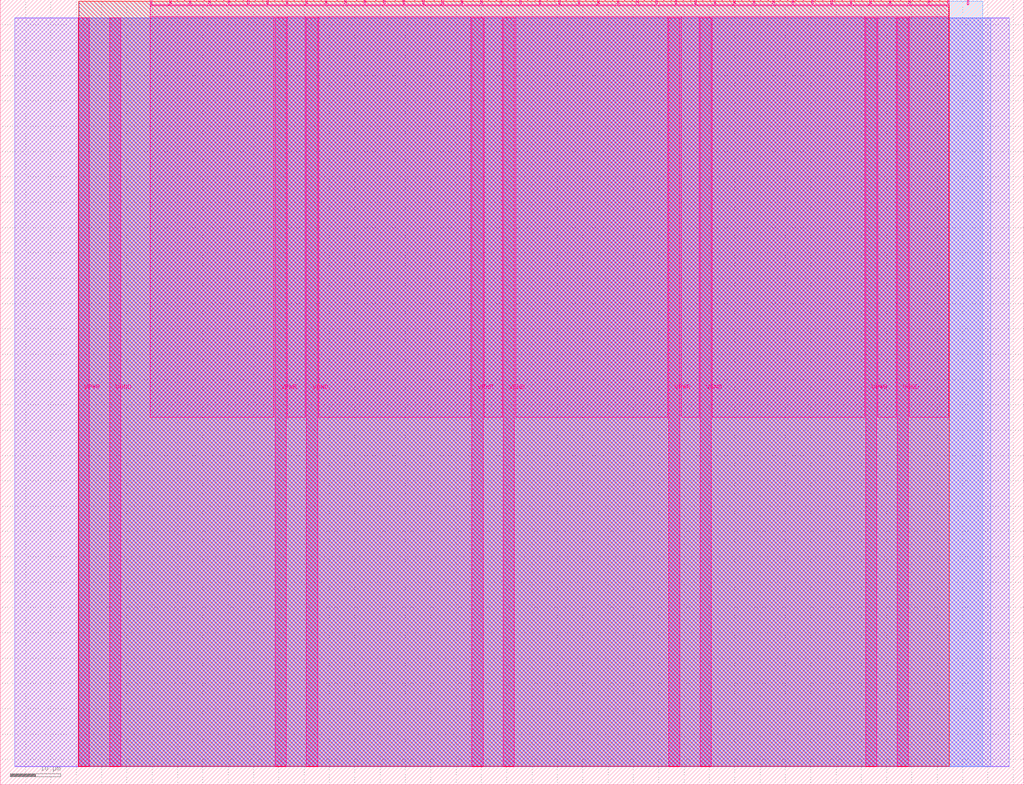
<source format=lef>
VERSION 5.7 ;
  NOWIREEXTENSIONATPIN ON ;
  DIVIDERCHAR "/" ;
  BUSBITCHARS "[]" ;
MACRO tt_um_meriac_play_tune
  CLASS BLOCK ;
  FOREIGN tt_um_meriac_play_tune ;
  ORIGIN 0.000 0.000 ;
  SIZE 202.080 BY 154.980 ;
  PIN VGND
    DIRECTION INOUT ;
    USE GROUND ;
    PORT
      LAYER Metal5 ;
        RECT 21.580 3.560 23.780 151.420 ;
    END
    PORT
      LAYER Metal5 ;
        RECT 60.450 3.560 62.650 151.420 ;
    END
    PORT
      LAYER Metal5 ;
        RECT 99.320 3.560 101.520 151.420 ;
    END
    PORT
      LAYER Metal5 ;
        RECT 138.190 3.560 140.390 151.420 ;
    END
    PORT
      LAYER Metal5 ;
        RECT 177.060 3.560 179.260 151.420 ;
    END
  END VGND
  PIN VPWR
    DIRECTION INOUT ;
    USE POWER ;
    PORT
      LAYER Metal5 ;
        RECT 15.380 3.560 17.580 151.420 ;
    END
    PORT
      LAYER Metal5 ;
        RECT 54.250 3.560 56.450 151.420 ;
    END
    PORT
      LAYER Metal5 ;
        RECT 93.120 3.560 95.320 151.420 ;
    END
    PORT
      LAYER Metal5 ;
        RECT 131.990 3.560 134.190 151.420 ;
    END
    PORT
      LAYER Metal5 ;
        RECT 170.860 3.560 173.060 151.420 ;
    END
  END VPWR
  PIN clk
    DIRECTION INPUT ;
    USE SIGNAL ;
    ANTENNAGATEAREA 0.213200 ;
    PORT
      LAYER Metal5 ;
        RECT 187.050 153.980 187.350 154.980 ;
    END
  END clk
  PIN ena
    DIRECTION INPUT ;
    USE SIGNAL ;
    PORT
      LAYER Metal5 ;
        RECT 190.890 153.980 191.190 154.980 ;
    END
  END ena
  PIN rst_n
    DIRECTION INPUT ;
    USE SIGNAL ;
    ANTENNAGATEAREA 0.180700 ;
    PORT
      LAYER Metal5 ;
        RECT 183.210 153.980 183.510 154.980 ;
    END
  END rst_n
  PIN ui_in[0]
    DIRECTION INPUT ;
    USE SIGNAL ;
    ANTENNAGATEAREA 0.180700 ;
    PORT
      LAYER Metal5 ;
        RECT 179.370 153.980 179.670 154.980 ;
    END
  END ui_in[0]
  PIN ui_in[1]
    DIRECTION INPUT ;
    USE SIGNAL ;
    ANTENNAGATEAREA 0.180700 ;
    PORT
      LAYER Metal5 ;
        RECT 175.530 153.980 175.830 154.980 ;
    END
  END ui_in[1]
  PIN ui_in[2]
    DIRECTION INPUT ;
    USE SIGNAL ;
    ANTENNAGATEAREA 0.180700 ;
    PORT
      LAYER Metal5 ;
        RECT 171.690 153.980 171.990 154.980 ;
    END
  END ui_in[2]
  PIN ui_in[3]
    DIRECTION INPUT ;
    USE SIGNAL ;
    ANTENNAGATEAREA 0.180700 ;
    PORT
      LAYER Metal5 ;
        RECT 167.850 153.980 168.150 154.980 ;
    END
  END ui_in[3]
  PIN ui_in[4]
    DIRECTION INPUT ;
    USE SIGNAL ;
    ANTENNAGATEAREA 0.180700 ;
    PORT
      LAYER Metal5 ;
        RECT 164.010 153.980 164.310 154.980 ;
    END
  END ui_in[4]
  PIN ui_in[5]
    DIRECTION INPUT ;
    USE SIGNAL ;
    ANTENNAGATEAREA 0.180700 ;
    PORT
      LAYER Metal5 ;
        RECT 160.170 153.980 160.470 154.980 ;
    END
  END ui_in[5]
  PIN ui_in[6]
    DIRECTION INPUT ;
    USE SIGNAL ;
    ANTENNAGATEAREA 0.180700 ;
    PORT
      LAYER Metal5 ;
        RECT 156.330 153.980 156.630 154.980 ;
    END
  END ui_in[6]
  PIN ui_in[7]
    DIRECTION INPUT ;
    USE SIGNAL ;
    ANTENNAGATEAREA 0.180700 ;
    PORT
      LAYER Metal5 ;
        RECT 152.490 153.980 152.790 154.980 ;
    END
  END ui_in[7]
  PIN uio_in[0]
    DIRECTION INPUT ;
    USE SIGNAL ;
    PORT
      LAYER Metal5 ;
        RECT 148.650 153.980 148.950 154.980 ;
    END
  END uio_in[0]
  PIN uio_in[1]
    DIRECTION INPUT ;
    USE SIGNAL ;
    PORT
      LAYER Metal5 ;
        RECT 144.810 153.980 145.110 154.980 ;
    END
  END uio_in[1]
  PIN uio_in[2]
    DIRECTION INPUT ;
    USE SIGNAL ;
    PORT
      LAYER Metal5 ;
        RECT 140.970 153.980 141.270 154.980 ;
    END
  END uio_in[2]
  PIN uio_in[3]
    DIRECTION INPUT ;
    USE SIGNAL ;
    PORT
      LAYER Metal5 ;
        RECT 137.130 153.980 137.430 154.980 ;
    END
  END uio_in[3]
  PIN uio_in[4]
    DIRECTION INPUT ;
    USE SIGNAL ;
    PORT
      LAYER Metal5 ;
        RECT 133.290 153.980 133.590 154.980 ;
    END
  END uio_in[4]
  PIN uio_in[5]
    DIRECTION INPUT ;
    USE SIGNAL ;
    PORT
      LAYER Metal5 ;
        RECT 129.450 153.980 129.750 154.980 ;
    END
  END uio_in[5]
  PIN uio_in[6]
    DIRECTION INPUT ;
    USE SIGNAL ;
    PORT
      LAYER Metal5 ;
        RECT 125.610 153.980 125.910 154.980 ;
    END
  END uio_in[6]
  PIN uio_in[7]
    DIRECTION INPUT ;
    USE SIGNAL ;
    PORT
      LAYER Metal5 ;
        RECT 121.770 153.980 122.070 154.980 ;
    END
  END uio_in[7]
  PIN uio_oe[0]
    DIRECTION OUTPUT ;
    USE SIGNAL ;
    ANTENNADIFFAREA 0.392700 ;
    PORT
      LAYER Metal5 ;
        RECT 56.490 153.980 56.790 154.980 ;
    END
  END uio_oe[0]
  PIN uio_oe[1]
    DIRECTION OUTPUT ;
    USE SIGNAL ;
    ANTENNADIFFAREA 0.392700 ;
    PORT
      LAYER Metal5 ;
        RECT 52.650 153.980 52.950 154.980 ;
    END
  END uio_oe[1]
  PIN uio_oe[2]
    DIRECTION OUTPUT ;
    USE SIGNAL ;
    ANTENNADIFFAREA 0.392700 ;
    PORT
      LAYER Metal5 ;
        RECT 48.810 153.980 49.110 154.980 ;
    END
  END uio_oe[2]
  PIN uio_oe[3]
    DIRECTION OUTPUT ;
    USE SIGNAL ;
    ANTENNADIFFAREA 0.392700 ;
    PORT
      LAYER Metal5 ;
        RECT 44.970 153.980 45.270 154.980 ;
    END
  END uio_oe[3]
  PIN uio_oe[4]
    DIRECTION OUTPUT ;
    USE SIGNAL ;
    ANTENNADIFFAREA 0.392700 ;
    PORT
      LAYER Metal5 ;
        RECT 41.130 153.980 41.430 154.980 ;
    END
  END uio_oe[4]
  PIN uio_oe[5]
    DIRECTION OUTPUT ;
    USE SIGNAL ;
    ANTENNADIFFAREA 0.392700 ;
    PORT
      LAYER Metal5 ;
        RECT 37.290 153.980 37.590 154.980 ;
    END
  END uio_oe[5]
  PIN uio_oe[6]
    DIRECTION OUTPUT ;
    USE SIGNAL ;
    ANTENNADIFFAREA 0.392700 ;
    PORT
      LAYER Metal5 ;
        RECT 33.450 153.980 33.750 154.980 ;
    END
  END uio_oe[6]
  PIN uio_oe[7]
    DIRECTION OUTPUT ;
    USE SIGNAL ;
    ANTENNADIFFAREA 0.392700 ;
    PORT
      LAYER Metal5 ;
        RECT 29.610 153.980 29.910 154.980 ;
    END
  END uio_oe[7]
  PIN uio_out[0]
    DIRECTION OUTPUT ;
    USE SIGNAL ;
    ANTENNADIFFAREA 0.654800 ;
    PORT
      LAYER Metal5 ;
        RECT 87.210 153.980 87.510 154.980 ;
    END
  END uio_out[0]
  PIN uio_out[1]
    DIRECTION OUTPUT ;
    USE SIGNAL ;
    ANTENNADIFFAREA 1.039100 ;
    PORT
      LAYER Metal5 ;
        RECT 83.370 153.980 83.670 154.980 ;
    END
  END uio_out[1]
  PIN uio_out[2]
    DIRECTION OUTPUT ;
    USE SIGNAL ;
    ANTENNADIFFAREA 0.299200 ;
    PORT
      LAYER Metal5 ;
        RECT 79.530 153.980 79.830 154.980 ;
    END
  END uio_out[2]
  PIN uio_out[3]
    DIRECTION OUTPUT ;
    USE SIGNAL ;
    ANTENNADIFFAREA 0.299200 ;
    PORT
      LAYER Metal5 ;
        RECT 75.690 153.980 75.990 154.980 ;
    END
  END uio_out[3]
  PIN uio_out[4]
    DIRECTION OUTPUT ;
    USE SIGNAL ;
    ANTENNADIFFAREA 0.299200 ;
    PORT
      LAYER Metal5 ;
        RECT 71.850 153.980 72.150 154.980 ;
    END
  END uio_out[4]
  PIN uio_out[5]
    DIRECTION OUTPUT ;
    USE SIGNAL ;
    ANTENNADIFFAREA 0.299200 ;
    PORT
      LAYER Metal5 ;
        RECT 68.010 153.980 68.310 154.980 ;
    END
  END uio_out[5]
  PIN uio_out[6]
    DIRECTION OUTPUT ;
    USE SIGNAL ;
    ANTENNADIFFAREA 0.299200 ;
    PORT
      LAYER Metal5 ;
        RECT 64.170 153.980 64.470 154.980 ;
    END
  END uio_out[6]
  PIN uio_out[7]
    DIRECTION OUTPUT ;
    USE SIGNAL ;
    ANTENNADIFFAREA 0.654800 ;
    PORT
      LAYER Metal5 ;
        RECT 60.330 153.980 60.630 154.980 ;
    END
  END uio_out[7]
  PIN uo_out[0]
    DIRECTION OUTPUT ;
    USE SIGNAL ;
    ANTENNADIFFAREA 0.654800 ;
    PORT
      LAYER Metal5 ;
        RECT 117.930 153.980 118.230 154.980 ;
    END
  END uo_out[0]
  PIN uo_out[1]
    DIRECTION OUTPUT ;
    USE SIGNAL ;
    ANTENNADIFFAREA 0.654800 ;
    PORT
      LAYER Metal5 ;
        RECT 114.090 153.980 114.390 154.980 ;
    END
  END uo_out[1]
  PIN uo_out[2]
    DIRECTION OUTPUT ;
    USE SIGNAL ;
    ANTENNADIFFAREA 0.654800 ;
    PORT
      LAYER Metal5 ;
        RECT 110.250 153.980 110.550 154.980 ;
    END
  END uo_out[2]
  PIN uo_out[3]
    DIRECTION OUTPUT ;
    USE SIGNAL ;
    ANTENNADIFFAREA 0.654800 ;
    PORT
      LAYER Metal5 ;
        RECT 106.410 153.980 106.710 154.980 ;
    END
  END uo_out[3]
  PIN uo_out[4]
    DIRECTION OUTPUT ;
    USE SIGNAL ;
    ANTENNADIFFAREA 0.654800 ;
    PORT
      LAYER Metal5 ;
        RECT 102.570 153.980 102.870 154.980 ;
    END
  END uo_out[4]
  PIN uo_out[5]
    DIRECTION OUTPUT ;
    USE SIGNAL ;
    ANTENNADIFFAREA 0.654800 ;
    PORT
      LAYER Metal5 ;
        RECT 98.730 153.980 99.030 154.980 ;
    END
  END uo_out[5]
  PIN uo_out[6]
    DIRECTION OUTPUT ;
    USE SIGNAL ;
    ANTENNADIFFAREA 0.654800 ;
    PORT
      LAYER Metal5 ;
        RECT 94.890 153.980 95.190 154.980 ;
    END
  END uo_out[6]
  PIN uo_out[7]
    DIRECTION OUTPUT ;
    USE SIGNAL ;
    ANTENNADIFFAREA 0.654800 ;
    PORT
      LAYER Metal5 ;
        RECT 91.050 153.980 91.350 154.980 ;
    END
  END uo_out[7]
  OBS
      LAYER GatPoly ;
        RECT 2.880 3.630 199.200 151.350 ;
      LAYER Metal1 ;
        RECT 2.880 3.560 199.200 151.420 ;
      LAYER Metal2 ;
        RECT 15.515 3.680 195.505 151.300 ;
      LAYER Metal3 ;
        RECT 15.560 3.635 194.020 154.705 ;
      LAYER Metal4 ;
        RECT 15.515 3.680 187.345 154.660 ;
      LAYER Metal5 ;
        RECT 30.120 153.770 33.240 153.980 ;
        RECT 33.960 153.770 37.080 153.980 ;
        RECT 37.800 153.770 40.920 153.980 ;
        RECT 41.640 153.770 44.760 153.980 ;
        RECT 45.480 153.770 48.600 153.980 ;
        RECT 49.320 153.770 52.440 153.980 ;
        RECT 53.160 153.770 56.280 153.980 ;
        RECT 57.000 153.770 60.120 153.980 ;
        RECT 60.840 153.770 63.960 153.980 ;
        RECT 64.680 153.770 67.800 153.980 ;
        RECT 68.520 153.770 71.640 153.980 ;
        RECT 72.360 153.770 75.480 153.980 ;
        RECT 76.200 153.770 79.320 153.980 ;
        RECT 80.040 153.770 83.160 153.980 ;
        RECT 83.880 153.770 87.000 153.980 ;
        RECT 87.720 153.770 90.840 153.980 ;
        RECT 91.560 153.770 94.680 153.980 ;
        RECT 95.400 153.770 98.520 153.980 ;
        RECT 99.240 153.770 102.360 153.980 ;
        RECT 103.080 153.770 106.200 153.980 ;
        RECT 106.920 153.770 110.040 153.980 ;
        RECT 110.760 153.770 113.880 153.980 ;
        RECT 114.600 153.770 117.720 153.980 ;
        RECT 118.440 153.770 121.560 153.980 ;
        RECT 122.280 153.770 125.400 153.980 ;
        RECT 126.120 153.770 129.240 153.980 ;
        RECT 129.960 153.770 133.080 153.980 ;
        RECT 133.800 153.770 136.920 153.980 ;
        RECT 137.640 153.770 140.760 153.980 ;
        RECT 141.480 153.770 144.600 153.980 ;
        RECT 145.320 153.770 148.440 153.980 ;
        RECT 149.160 153.770 152.280 153.980 ;
        RECT 153.000 153.770 156.120 153.980 ;
        RECT 156.840 153.770 159.960 153.980 ;
        RECT 160.680 153.770 163.800 153.980 ;
        RECT 164.520 153.770 167.640 153.980 ;
        RECT 168.360 153.770 171.480 153.980 ;
        RECT 172.200 153.770 175.320 153.980 ;
        RECT 176.040 153.770 179.160 153.980 ;
        RECT 179.880 153.770 183.000 153.980 ;
        RECT 183.720 153.770 186.840 153.980 ;
        RECT 29.660 151.630 187.300 153.770 ;
        RECT 29.660 72.515 54.040 151.630 ;
        RECT 56.660 72.515 60.240 151.630 ;
        RECT 62.860 72.515 92.910 151.630 ;
        RECT 95.530 72.515 99.110 151.630 ;
        RECT 101.730 72.515 131.780 151.630 ;
        RECT 134.400 72.515 137.980 151.630 ;
        RECT 140.600 72.515 170.650 151.630 ;
        RECT 173.270 72.515 176.850 151.630 ;
        RECT 179.470 72.515 187.300 151.630 ;
  END
END tt_um_meriac_play_tune
END LIBRARY


</source>
